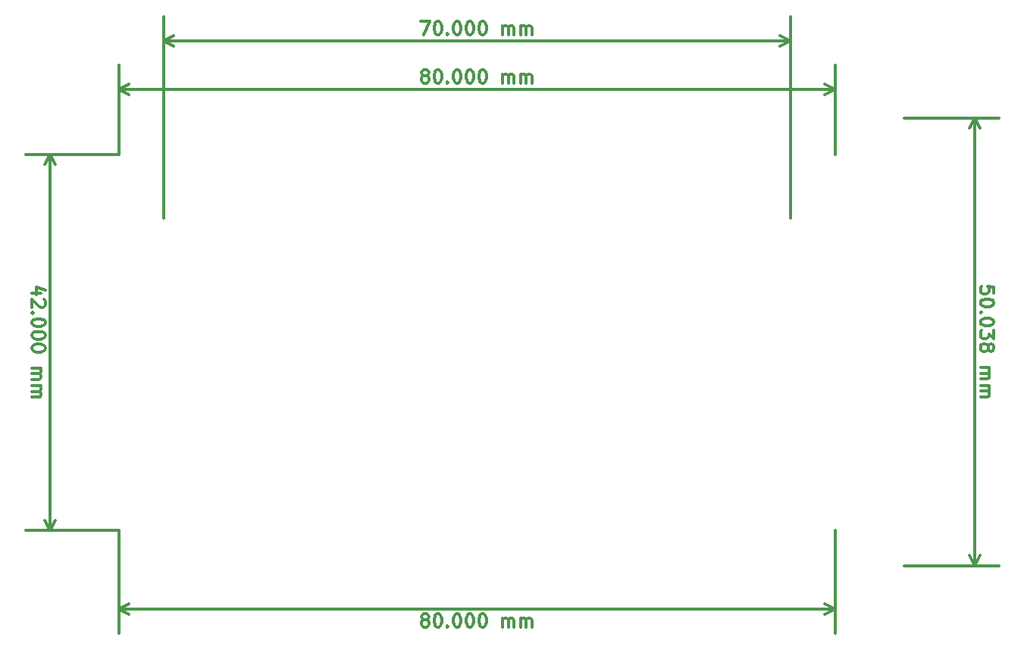
<source format=gbr>
G04 #@! TF.FileFunction,Drawing*
%FSLAX46Y46*%
G04 Gerber Fmt 4.6, Leading zero omitted, Abs format (unit mm)*
G04 Created by KiCad (PCBNEW 4.0.6) date 2017 August 05, Saturday 23:38:27*
%MOMM*%
%LPD*%
G01*
G04 APERTURE LIST*
%ADD10C,0.100000*%
%ADD11C,0.300000*%
G04 APERTURE END LIST*
D10*
D11*
X133714287Y-95128571D02*
X134714287Y-95128571D01*
X134071430Y-96628571D01*
X135571429Y-95128571D02*
X135714286Y-95128571D01*
X135857143Y-95200000D01*
X135928572Y-95271429D01*
X136000001Y-95414286D01*
X136071429Y-95700000D01*
X136071429Y-96057143D01*
X136000001Y-96342857D01*
X135928572Y-96485714D01*
X135857143Y-96557143D01*
X135714286Y-96628571D01*
X135571429Y-96628571D01*
X135428572Y-96557143D01*
X135357143Y-96485714D01*
X135285715Y-96342857D01*
X135214286Y-96057143D01*
X135214286Y-95700000D01*
X135285715Y-95414286D01*
X135357143Y-95271429D01*
X135428572Y-95200000D01*
X135571429Y-95128571D01*
X136714286Y-96485714D02*
X136785714Y-96557143D01*
X136714286Y-96628571D01*
X136642857Y-96557143D01*
X136714286Y-96485714D01*
X136714286Y-96628571D01*
X137714286Y-95128571D02*
X137857143Y-95128571D01*
X138000000Y-95200000D01*
X138071429Y-95271429D01*
X138142858Y-95414286D01*
X138214286Y-95700000D01*
X138214286Y-96057143D01*
X138142858Y-96342857D01*
X138071429Y-96485714D01*
X138000000Y-96557143D01*
X137857143Y-96628571D01*
X137714286Y-96628571D01*
X137571429Y-96557143D01*
X137500000Y-96485714D01*
X137428572Y-96342857D01*
X137357143Y-96057143D01*
X137357143Y-95700000D01*
X137428572Y-95414286D01*
X137500000Y-95271429D01*
X137571429Y-95200000D01*
X137714286Y-95128571D01*
X139142857Y-95128571D02*
X139285714Y-95128571D01*
X139428571Y-95200000D01*
X139500000Y-95271429D01*
X139571429Y-95414286D01*
X139642857Y-95700000D01*
X139642857Y-96057143D01*
X139571429Y-96342857D01*
X139500000Y-96485714D01*
X139428571Y-96557143D01*
X139285714Y-96628571D01*
X139142857Y-96628571D01*
X139000000Y-96557143D01*
X138928571Y-96485714D01*
X138857143Y-96342857D01*
X138785714Y-96057143D01*
X138785714Y-95700000D01*
X138857143Y-95414286D01*
X138928571Y-95271429D01*
X139000000Y-95200000D01*
X139142857Y-95128571D01*
X140571428Y-95128571D02*
X140714285Y-95128571D01*
X140857142Y-95200000D01*
X140928571Y-95271429D01*
X141000000Y-95414286D01*
X141071428Y-95700000D01*
X141071428Y-96057143D01*
X141000000Y-96342857D01*
X140928571Y-96485714D01*
X140857142Y-96557143D01*
X140714285Y-96628571D01*
X140571428Y-96628571D01*
X140428571Y-96557143D01*
X140357142Y-96485714D01*
X140285714Y-96342857D01*
X140214285Y-96057143D01*
X140214285Y-95700000D01*
X140285714Y-95414286D01*
X140357142Y-95271429D01*
X140428571Y-95200000D01*
X140571428Y-95128571D01*
X142857142Y-96628571D02*
X142857142Y-95628571D01*
X142857142Y-95771429D02*
X142928570Y-95700000D01*
X143071428Y-95628571D01*
X143285713Y-95628571D01*
X143428570Y-95700000D01*
X143499999Y-95842857D01*
X143499999Y-96628571D01*
X143499999Y-95842857D02*
X143571428Y-95700000D01*
X143714285Y-95628571D01*
X143928570Y-95628571D01*
X144071428Y-95700000D01*
X144142856Y-95842857D01*
X144142856Y-96628571D01*
X144857142Y-96628571D02*
X144857142Y-95628571D01*
X144857142Y-95771429D02*
X144928570Y-95700000D01*
X145071428Y-95628571D01*
X145285713Y-95628571D01*
X145428570Y-95700000D01*
X145499999Y-95842857D01*
X145499999Y-96628571D01*
X145499999Y-95842857D02*
X145571428Y-95700000D01*
X145714285Y-95628571D01*
X145928570Y-95628571D01*
X146071428Y-95700000D01*
X146142856Y-95842857D01*
X146142856Y-96628571D01*
X175000000Y-97300000D02*
X105000000Y-97300000D01*
X175000000Y-117100000D02*
X175000000Y-94600000D01*
X105000000Y-117100000D02*
X105000000Y-94600000D01*
X105000000Y-97300000D02*
X106126504Y-96713579D01*
X105000000Y-97300000D02*
X106126504Y-97886421D01*
X175000000Y-97300000D02*
X173873496Y-96713579D01*
X175000000Y-97300000D02*
X173873496Y-97886421D01*
X134071430Y-161971429D02*
X133928572Y-161900000D01*
X133857144Y-161828571D01*
X133785715Y-161685714D01*
X133785715Y-161614286D01*
X133857144Y-161471429D01*
X133928572Y-161400000D01*
X134071430Y-161328571D01*
X134357144Y-161328571D01*
X134500001Y-161400000D01*
X134571430Y-161471429D01*
X134642858Y-161614286D01*
X134642858Y-161685714D01*
X134571430Y-161828571D01*
X134500001Y-161900000D01*
X134357144Y-161971429D01*
X134071430Y-161971429D01*
X133928572Y-162042857D01*
X133857144Y-162114286D01*
X133785715Y-162257143D01*
X133785715Y-162542857D01*
X133857144Y-162685714D01*
X133928572Y-162757143D01*
X134071430Y-162828571D01*
X134357144Y-162828571D01*
X134500001Y-162757143D01*
X134571430Y-162685714D01*
X134642858Y-162542857D01*
X134642858Y-162257143D01*
X134571430Y-162114286D01*
X134500001Y-162042857D01*
X134357144Y-161971429D01*
X135571429Y-161328571D02*
X135714286Y-161328571D01*
X135857143Y-161400000D01*
X135928572Y-161471429D01*
X136000001Y-161614286D01*
X136071429Y-161900000D01*
X136071429Y-162257143D01*
X136000001Y-162542857D01*
X135928572Y-162685714D01*
X135857143Y-162757143D01*
X135714286Y-162828571D01*
X135571429Y-162828571D01*
X135428572Y-162757143D01*
X135357143Y-162685714D01*
X135285715Y-162542857D01*
X135214286Y-162257143D01*
X135214286Y-161900000D01*
X135285715Y-161614286D01*
X135357143Y-161471429D01*
X135428572Y-161400000D01*
X135571429Y-161328571D01*
X136714286Y-162685714D02*
X136785714Y-162757143D01*
X136714286Y-162828571D01*
X136642857Y-162757143D01*
X136714286Y-162685714D01*
X136714286Y-162828571D01*
X137714286Y-161328571D02*
X137857143Y-161328571D01*
X138000000Y-161400000D01*
X138071429Y-161471429D01*
X138142858Y-161614286D01*
X138214286Y-161900000D01*
X138214286Y-162257143D01*
X138142858Y-162542857D01*
X138071429Y-162685714D01*
X138000000Y-162757143D01*
X137857143Y-162828571D01*
X137714286Y-162828571D01*
X137571429Y-162757143D01*
X137500000Y-162685714D01*
X137428572Y-162542857D01*
X137357143Y-162257143D01*
X137357143Y-161900000D01*
X137428572Y-161614286D01*
X137500000Y-161471429D01*
X137571429Y-161400000D01*
X137714286Y-161328571D01*
X139142857Y-161328571D02*
X139285714Y-161328571D01*
X139428571Y-161400000D01*
X139500000Y-161471429D01*
X139571429Y-161614286D01*
X139642857Y-161900000D01*
X139642857Y-162257143D01*
X139571429Y-162542857D01*
X139500000Y-162685714D01*
X139428571Y-162757143D01*
X139285714Y-162828571D01*
X139142857Y-162828571D01*
X139000000Y-162757143D01*
X138928571Y-162685714D01*
X138857143Y-162542857D01*
X138785714Y-162257143D01*
X138785714Y-161900000D01*
X138857143Y-161614286D01*
X138928571Y-161471429D01*
X139000000Y-161400000D01*
X139142857Y-161328571D01*
X140571428Y-161328571D02*
X140714285Y-161328571D01*
X140857142Y-161400000D01*
X140928571Y-161471429D01*
X141000000Y-161614286D01*
X141071428Y-161900000D01*
X141071428Y-162257143D01*
X141000000Y-162542857D01*
X140928571Y-162685714D01*
X140857142Y-162757143D01*
X140714285Y-162828571D01*
X140571428Y-162828571D01*
X140428571Y-162757143D01*
X140357142Y-162685714D01*
X140285714Y-162542857D01*
X140214285Y-162257143D01*
X140214285Y-161900000D01*
X140285714Y-161614286D01*
X140357142Y-161471429D01*
X140428571Y-161400000D01*
X140571428Y-161328571D01*
X142857142Y-162828571D02*
X142857142Y-161828571D01*
X142857142Y-161971429D02*
X142928570Y-161900000D01*
X143071428Y-161828571D01*
X143285713Y-161828571D01*
X143428570Y-161900000D01*
X143499999Y-162042857D01*
X143499999Y-162828571D01*
X143499999Y-162042857D02*
X143571428Y-161900000D01*
X143714285Y-161828571D01*
X143928570Y-161828571D01*
X144071428Y-161900000D01*
X144142856Y-162042857D01*
X144142856Y-162828571D01*
X144857142Y-162828571D02*
X144857142Y-161828571D01*
X144857142Y-161971429D02*
X144928570Y-161900000D01*
X145071428Y-161828571D01*
X145285713Y-161828571D01*
X145428570Y-161900000D01*
X145499999Y-162042857D01*
X145499999Y-162828571D01*
X145499999Y-162042857D02*
X145571428Y-161900000D01*
X145714285Y-161828571D01*
X145928570Y-161828571D01*
X146071428Y-161900000D01*
X146142856Y-162042857D01*
X146142856Y-162828571D01*
X100000000Y-160800000D02*
X180000000Y-160800000D01*
X100000000Y-152000000D02*
X100000000Y-163500000D01*
X180000000Y-152000000D02*
X180000000Y-163500000D01*
X180000000Y-160800000D02*
X178873496Y-161386421D01*
X180000000Y-160800000D02*
X178873496Y-160213579D01*
X100000000Y-160800000D02*
X101126504Y-161386421D01*
X100000000Y-160800000D02*
X101126504Y-160213579D01*
X134071430Y-101171429D02*
X133928572Y-101100000D01*
X133857144Y-101028571D01*
X133785715Y-100885714D01*
X133785715Y-100814286D01*
X133857144Y-100671429D01*
X133928572Y-100600000D01*
X134071430Y-100528571D01*
X134357144Y-100528571D01*
X134500001Y-100600000D01*
X134571430Y-100671429D01*
X134642858Y-100814286D01*
X134642858Y-100885714D01*
X134571430Y-101028571D01*
X134500001Y-101100000D01*
X134357144Y-101171429D01*
X134071430Y-101171429D01*
X133928572Y-101242857D01*
X133857144Y-101314286D01*
X133785715Y-101457143D01*
X133785715Y-101742857D01*
X133857144Y-101885714D01*
X133928572Y-101957143D01*
X134071430Y-102028571D01*
X134357144Y-102028571D01*
X134500001Y-101957143D01*
X134571430Y-101885714D01*
X134642858Y-101742857D01*
X134642858Y-101457143D01*
X134571430Y-101314286D01*
X134500001Y-101242857D01*
X134357144Y-101171429D01*
X135571429Y-100528571D02*
X135714286Y-100528571D01*
X135857143Y-100600000D01*
X135928572Y-100671429D01*
X136000001Y-100814286D01*
X136071429Y-101100000D01*
X136071429Y-101457143D01*
X136000001Y-101742857D01*
X135928572Y-101885714D01*
X135857143Y-101957143D01*
X135714286Y-102028571D01*
X135571429Y-102028571D01*
X135428572Y-101957143D01*
X135357143Y-101885714D01*
X135285715Y-101742857D01*
X135214286Y-101457143D01*
X135214286Y-101100000D01*
X135285715Y-100814286D01*
X135357143Y-100671429D01*
X135428572Y-100600000D01*
X135571429Y-100528571D01*
X136714286Y-101885714D02*
X136785714Y-101957143D01*
X136714286Y-102028571D01*
X136642857Y-101957143D01*
X136714286Y-101885714D01*
X136714286Y-102028571D01*
X137714286Y-100528571D02*
X137857143Y-100528571D01*
X138000000Y-100600000D01*
X138071429Y-100671429D01*
X138142858Y-100814286D01*
X138214286Y-101100000D01*
X138214286Y-101457143D01*
X138142858Y-101742857D01*
X138071429Y-101885714D01*
X138000000Y-101957143D01*
X137857143Y-102028571D01*
X137714286Y-102028571D01*
X137571429Y-101957143D01*
X137500000Y-101885714D01*
X137428572Y-101742857D01*
X137357143Y-101457143D01*
X137357143Y-101100000D01*
X137428572Y-100814286D01*
X137500000Y-100671429D01*
X137571429Y-100600000D01*
X137714286Y-100528571D01*
X139142857Y-100528571D02*
X139285714Y-100528571D01*
X139428571Y-100600000D01*
X139500000Y-100671429D01*
X139571429Y-100814286D01*
X139642857Y-101100000D01*
X139642857Y-101457143D01*
X139571429Y-101742857D01*
X139500000Y-101885714D01*
X139428571Y-101957143D01*
X139285714Y-102028571D01*
X139142857Y-102028571D01*
X139000000Y-101957143D01*
X138928571Y-101885714D01*
X138857143Y-101742857D01*
X138785714Y-101457143D01*
X138785714Y-101100000D01*
X138857143Y-100814286D01*
X138928571Y-100671429D01*
X139000000Y-100600000D01*
X139142857Y-100528571D01*
X140571428Y-100528571D02*
X140714285Y-100528571D01*
X140857142Y-100600000D01*
X140928571Y-100671429D01*
X141000000Y-100814286D01*
X141071428Y-101100000D01*
X141071428Y-101457143D01*
X141000000Y-101742857D01*
X140928571Y-101885714D01*
X140857142Y-101957143D01*
X140714285Y-102028571D01*
X140571428Y-102028571D01*
X140428571Y-101957143D01*
X140357142Y-101885714D01*
X140285714Y-101742857D01*
X140214285Y-101457143D01*
X140214285Y-101100000D01*
X140285714Y-100814286D01*
X140357142Y-100671429D01*
X140428571Y-100600000D01*
X140571428Y-100528571D01*
X142857142Y-102028571D02*
X142857142Y-101028571D01*
X142857142Y-101171429D02*
X142928570Y-101100000D01*
X143071428Y-101028571D01*
X143285713Y-101028571D01*
X143428570Y-101100000D01*
X143499999Y-101242857D01*
X143499999Y-102028571D01*
X143499999Y-101242857D02*
X143571428Y-101100000D01*
X143714285Y-101028571D01*
X143928570Y-101028571D01*
X144071428Y-101100000D01*
X144142856Y-101242857D01*
X144142856Y-102028571D01*
X144857142Y-102028571D02*
X144857142Y-101028571D01*
X144857142Y-101171429D02*
X144928570Y-101100000D01*
X145071428Y-101028571D01*
X145285713Y-101028571D01*
X145428570Y-101100000D01*
X145499999Y-101242857D01*
X145499999Y-102028571D01*
X145499999Y-101242857D02*
X145571428Y-101100000D01*
X145714285Y-101028571D01*
X145928570Y-101028571D01*
X146071428Y-101100000D01*
X146142856Y-101242857D01*
X146142856Y-102028571D01*
X100000000Y-102700000D02*
X180000000Y-102700000D01*
X100000000Y-110000000D02*
X100000000Y-100000000D01*
X180000000Y-110000000D02*
X180000000Y-100000000D01*
X180000000Y-102700000D02*
X178873496Y-103286421D01*
X180000000Y-102700000D02*
X178873496Y-102113579D01*
X100000000Y-102700000D02*
X101126504Y-103286421D01*
X100000000Y-102700000D02*
X101126504Y-102113579D01*
X91271429Y-125500001D02*
X90271429Y-125500001D01*
X91842857Y-125142858D02*
X90771429Y-124785715D01*
X90771429Y-125714287D01*
X91628571Y-126214286D02*
X91700000Y-126285715D01*
X91771429Y-126428572D01*
X91771429Y-126785715D01*
X91700000Y-126928572D01*
X91628571Y-127000001D01*
X91485714Y-127071429D01*
X91342857Y-127071429D01*
X91128571Y-127000001D01*
X90271429Y-126142858D01*
X90271429Y-127071429D01*
X90414286Y-127714286D02*
X90342857Y-127785714D01*
X90271429Y-127714286D01*
X90342857Y-127642857D01*
X90414286Y-127714286D01*
X90271429Y-127714286D01*
X91771429Y-128714286D02*
X91771429Y-128857143D01*
X91700000Y-129000000D01*
X91628571Y-129071429D01*
X91485714Y-129142858D01*
X91200000Y-129214286D01*
X90842857Y-129214286D01*
X90557143Y-129142858D01*
X90414286Y-129071429D01*
X90342857Y-129000000D01*
X90271429Y-128857143D01*
X90271429Y-128714286D01*
X90342857Y-128571429D01*
X90414286Y-128500000D01*
X90557143Y-128428572D01*
X90842857Y-128357143D01*
X91200000Y-128357143D01*
X91485714Y-128428572D01*
X91628571Y-128500000D01*
X91700000Y-128571429D01*
X91771429Y-128714286D01*
X91771429Y-130142857D02*
X91771429Y-130285714D01*
X91700000Y-130428571D01*
X91628571Y-130500000D01*
X91485714Y-130571429D01*
X91200000Y-130642857D01*
X90842857Y-130642857D01*
X90557143Y-130571429D01*
X90414286Y-130500000D01*
X90342857Y-130428571D01*
X90271429Y-130285714D01*
X90271429Y-130142857D01*
X90342857Y-130000000D01*
X90414286Y-129928571D01*
X90557143Y-129857143D01*
X90842857Y-129785714D01*
X91200000Y-129785714D01*
X91485714Y-129857143D01*
X91628571Y-129928571D01*
X91700000Y-130000000D01*
X91771429Y-130142857D01*
X91771429Y-131571428D02*
X91771429Y-131714285D01*
X91700000Y-131857142D01*
X91628571Y-131928571D01*
X91485714Y-132000000D01*
X91200000Y-132071428D01*
X90842857Y-132071428D01*
X90557143Y-132000000D01*
X90414286Y-131928571D01*
X90342857Y-131857142D01*
X90271429Y-131714285D01*
X90271429Y-131571428D01*
X90342857Y-131428571D01*
X90414286Y-131357142D01*
X90557143Y-131285714D01*
X90842857Y-131214285D01*
X91200000Y-131214285D01*
X91485714Y-131285714D01*
X91628571Y-131357142D01*
X91700000Y-131428571D01*
X91771429Y-131571428D01*
X90271429Y-133857142D02*
X91271429Y-133857142D01*
X91128571Y-133857142D02*
X91200000Y-133928570D01*
X91271429Y-134071428D01*
X91271429Y-134285713D01*
X91200000Y-134428570D01*
X91057143Y-134499999D01*
X90271429Y-134499999D01*
X91057143Y-134499999D02*
X91200000Y-134571428D01*
X91271429Y-134714285D01*
X91271429Y-134928570D01*
X91200000Y-135071428D01*
X91057143Y-135142856D01*
X90271429Y-135142856D01*
X90271429Y-135857142D02*
X91271429Y-135857142D01*
X91128571Y-135857142D02*
X91200000Y-135928570D01*
X91271429Y-136071428D01*
X91271429Y-136285713D01*
X91200000Y-136428570D01*
X91057143Y-136499999D01*
X90271429Y-136499999D01*
X91057143Y-136499999D02*
X91200000Y-136571428D01*
X91271429Y-136714285D01*
X91271429Y-136928570D01*
X91200000Y-137071428D01*
X91057143Y-137142856D01*
X90271429Y-137142856D01*
X92300000Y-110000000D02*
X92300000Y-152000000D01*
X100000000Y-110000000D02*
X89600000Y-110000000D01*
X100000000Y-152000000D02*
X89600000Y-152000000D01*
X92300000Y-152000000D02*
X91713579Y-150873496D01*
X92300000Y-152000000D02*
X92886421Y-150873496D01*
X92300000Y-110000000D02*
X91713579Y-111126504D01*
X92300000Y-110000000D02*
X92886421Y-111126504D01*
X197751429Y-125508430D02*
X197751429Y-124794144D01*
X197037143Y-124722715D01*
X197108571Y-124794144D01*
X197180000Y-124937001D01*
X197180000Y-125294144D01*
X197108571Y-125437001D01*
X197037143Y-125508430D01*
X196894286Y-125579858D01*
X196537143Y-125579858D01*
X196394286Y-125508430D01*
X196322857Y-125437001D01*
X196251429Y-125294144D01*
X196251429Y-124937001D01*
X196322857Y-124794144D01*
X196394286Y-124722715D01*
X197751429Y-126508429D02*
X197751429Y-126651286D01*
X197680000Y-126794143D01*
X197608571Y-126865572D01*
X197465714Y-126937001D01*
X197180000Y-127008429D01*
X196822857Y-127008429D01*
X196537143Y-126937001D01*
X196394286Y-126865572D01*
X196322857Y-126794143D01*
X196251429Y-126651286D01*
X196251429Y-126508429D01*
X196322857Y-126365572D01*
X196394286Y-126294143D01*
X196537143Y-126222715D01*
X196822857Y-126151286D01*
X197180000Y-126151286D01*
X197465714Y-126222715D01*
X197608571Y-126294143D01*
X197680000Y-126365572D01*
X197751429Y-126508429D01*
X196394286Y-127651286D02*
X196322857Y-127722714D01*
X196251429Y-127651286D01*
X196322857Y-127579857D01*
X196394286Y-127651286D01*
X196251429Y-127651286D01*
X197751429Y-128651286D02*
X197751429Y-128794143D01*
X197680000Y-128937000D01*
X197608571Y-129008429D01*
X197465714Y-129079858D01*
X197180000Y-129151286D01*
X196822857Y-129151286D01*
X196537143Y-129079858D01*
X196394286Y-129008429D01*
X196322857Y-128937000D01*
X196251429Y-128794143D01*
X196251429Y-128651286D01*
X196322857Y-128508429D01*
X196394286Y-128437000D01*
X196537143Y-128365572D01*
X196822857Y-128294143D01*
X197180000Y-128294143D01*
X197465714Y-128365572D01*
X197608571Y-128437000D01*
X197680000Y-128508429D01*
X197751429Y-128651286D01*
X197751429Y-129651286D02*
X197751429Y-130579857D01*
X197180000Y-130079857D01*
X197180000Y-130294143D01*
X197108571Y-130437000D01*
X197037143Y-130508429D01*
X196894286Y-130579857D01*
X196537143Y-130579857D01*
X196394286Y-130508429D01*
X196322857Y-130437000D01*
X196251429Y-130294143D01*
X196251429Y-129865571D01*
X196322857Y-129722714D01*
X196394286Y-129651286D01*
X197108571Y-131437000D02*
X197180000Y-131294142D01*
X197251429Y-131222714D01*
X197394286Y-131151285D01*
X197465714Y-131151285D01*
X197608571Y-131222714D01*
X197680000Y-131294142D01*
X197751429Y-131437000D01*
X197751429Y-131722714D01*
X197680000Y-131865571D01*
X197608571Y-131937000D01*
X197465714Y-132008428D01*
X197394286Y-132008428D01*
X197251429Y-131937000D01*
X197180000Y-131865571D01*
X197108571Y-131722714D01*
X197108571Y-131437000D01*
X197037143Y-131294142D01*
X196965714Y-131222714D01*
X196822857Y-131151285D01*
X196537143Y-131151285D01*
X196394286Y-131222714D01*
X196322857Y-131294142D01*
X196251429Y-131437000D01*
X196251429Y-131722714D01*
X196322857Y-131865571D01*
X196394286Y-131937000D01*
X196537143Y-132008428D01*
X196822857Y-132008428D01*
X196965714Y-131937000D01*
X197037143Y-131865571D01*
X197108571Y-131722714D01*
X196251429Y-133794142D02*
X197251429Y-133794142D01*
X197108571Y-133794142D02*
X197180000Y-133865570D01*
X197251429Y-134008428D01*
X197251429Y-134222713D01*
X197180000Y-134365570D01*
X197037143Y-134436999D01*
X196251429Y-134436999D01*
X197037143Y-134436999D02*
X197180000Y-134508428D01*
X197251429Y-134651285D01*
X197251429Y-134865570D01*
X197180000Y-135008428D01*
X197037143Y-135079856D01*
X196251429Y-135079856D01*
X196251429Y-135794142D02*
X197251429Y-135794142D01*
X197108571Y-135794142D02*
X197180000Y-135865570D01*
X197251429Y-136008428D01*
X197251429Y-136222713D01*
X197180000Y-136365570D01*
X197037143Y-136436999D01*
X196251429Y-136436999D01*
X197037143Y-136436999D02*
X197180000Y-136508428D01*
X197251429Y-136651285D01*
X197251429Y-136865570D01*
X197180000Y-137008428D01*
X197037143Y-137079856D01*
X196251429Y-137079856D01*
X195580000Y-105918000D02*
X195580000Y-155956000D01*
X187706000Y-105918000D02*
X198280000Y-105918000D01*
X187706000Y-155956000D02*
X198280000Y-155956000D01*
X195580000Y-155956000D02*
X194993579Y-154829496D01*
X195580000Y-155956000D02*
X196166421Y-154829496D01*
X195580000Y-105918000D02*
X194993579Y-107044504D01*
X195580000Y-105918000D02*
X196166421Y-107044504D01*
M02*

</source>
